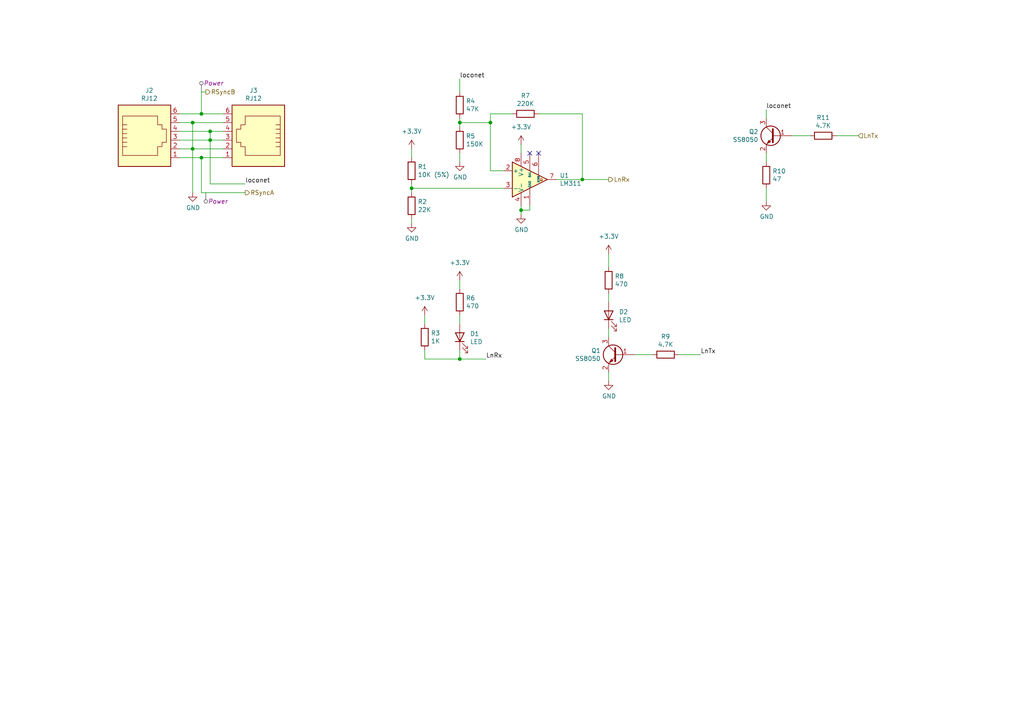
<source format=kicad_sch>
(kicad_sch (version 20230121) (generator eeschema)
  (paper "A4")
  (lib_symbols
    (symbol "Comparator:LM311" (pin_names (offset 0.127))
      (property "Reference" "U" (at 3.81 6.35 0))
      (property "Value" "LM311" (at 3.81 3.81 0))
      (symbol "LM311_0_1"
        (polyline (pts (xy 5.08 0) (xy -5.08 5.08) (xy -5.08 -5.08) (xy 5.08 0)) (stroke (width 0.254)) (fill (type background)))
        (polyline (pts (xy 3.683 -0.381) (xy 3.302 -0.381) (xy 3.683 0) (xy 3.302 0.381) (xy 2.921 0) (xy 3.302 -0.381) (xy 2.921 -0.381)) (stroke (width 0.127)))
      )
      (symbol "LM311_1_1"
        (pin passive line (at 0 -7.62 90) (length 5.08) (name "GND") (number "1"))
        (pin input line (at -7.62 2.54 0) (length 2.54) (name "+") (number "2"))
        (pin input line (at -7.62 -2.54 0) (length 2.54) (name "-") (number "3"))
        (pin power_in line (at -2.54 -7.62 90) (length 3.81) (name "V-") (number "4"))
        (pin input line (at 0 7.62 270) (length 5.08) (name "BAL") (number "5"))
        (pin input line (at 2.54 7.62 270) (length 6.35) (name "STRB") (number "6"))
        (pin open_collector line (at 7.62 0 180) (length 2.54) (name "~") (number "7"))
        (pin power_in line (at -2.54 7.62 270) (length 3.81) (name "V+") (number "8"))
      )
    )
    (symbol "Connector:RJ12" (pin_names (offset 1.016))
      (property "Reference" "J" (at -5.08 11.43 0))
      (property "Value" "RJ12" (at 2.54 11.43 0))
      (symbol "RJ12_0_1"
        (polyline (pts (xy -6.35 -1.905) (xy -5.08 -1.905) (xy -5.08 -1.905)))
        (polyline (pts (xy -6.35 -0.635) (xy -5.08 -0.635) (xy -5.08 -0.635)))
        (polyline (pts (xy -6.35 0.635) (xy -5.08 0.635) (xy -5.08 0.635)))
        (polyline (pts (xy -6.35 1.905) (xy -5.08 1.905) (xy -5.08 1.905)))
        (polyline (pts (xy -6.35 3.175) (xy -5.08 3.175) (xy -5.08 3.175)))
        (polyline (pts (xy -5.08 4.445) (xy -6.35 4.445) (xy -6.35 4.445)))
        (polyline (pts (xy -6.35 -4.445) (xy -6.35 6.985) (xy 3.81 6.985) (xy 3.81 4.445) (xy 5.08 4.445) (xy 5.08 3.175) (xy 6.35 3.175) (xy 6.35 -0.635) (xy 5.08 -0.635) (xy 5.08 -1.905) (xy 3.81 -1.905) (xy 3.81 -4.445) (xy -6.35 -4.445) (xy -6.35 -4.445)))
        (rectangle (start 7.62 10.16) (end -7.62 -7.62) (stroke (width 0.254)) (fill (type background)))
      )
      (symbol "RJ12_1_1"
        (pin passive line (at 10.16 -5.08 180) (length 2.54) (name "~") (number "1"))
        (pin passive line (at 10.16 -2.54 180) (length 2.54) (name "~") (number "2"))
        (pin passive line (at 10.16 0 180) (length 2.54) (name "~") (number "3"))
        (pin passive line (at 10.16 2.54 180) (length 2.54) (name "~") (number "4"))
        (pin passive line (at 10.16 5.08 180) (length 2.54) (name "~") (number "5"))
        (pin passive line (at 10.16 7.62 180) (length 2.54) (name "~") (number "6"))
      )
    )
    (symbol "Device:LED" (pin_numbers hide) (pin_names (offset 1.016) hide)
      (property "Reference" "D" (at 0 2.54 0))
      (property "Value" "LED" (at 0 -2.54 0))
      (symbol "LED_0_1"
        (polyline (pts (xy -1.27 -1.27) (xy -1.27 1.27)) (stroke (width 0.254)))
        (polyline (pts (xy -1.27 0) (xy 1.27 0)))
        (polyline (pts (xy 1.27 -1.27) (xy 1.27 1.27) (xy -1.27 0) (xy 1.27 -1.27)) (stroke (width 0.254)))
        (polyline (pts (xy -3.048 -0.762) (xy -4.572 -2.286) (xy -3.81 -2.286) (xy -4.572 -2.286) (xy -4.572 -1.524)))
        (polyline (pts (xy -1.778 -0.762) (xy -3.302 -2.286) (xy -2.54 -2.286) (xy -3.302 -2.286) (xy -3.302 -1.524)))
      )
      (symbol "LED_1_1"
        (pin passive line (at -3.81 0 0) (length 2.54) (name "K") (number "1"))
        (pin passive line (at 3.81 0 180) (length 2.54) (name "A") (number "2"))
      )
    )
    (symbol "Device:Q_NPN_BEC" (pin_names (offset 0) hide)
      (property "Reference" "Q" (at 5.08 1.27 0))
      (property "Value" "Q_NPN_BEC" (at 5.08 -1.27 0))
      (symbol "Q_NPN_BEC_0_1"
        (polyline (pts (xy 0.635 0.635) (xy 2.54 2.54)))
        (polyline (pts (xy 0.635 -0.635) (xy 2.54 -2.54) (xy 2.54 -2.54)))
        (polyline (pts (xy 0.635 1.905) (xy 0.635 -1.905) (xy 0.635 -1.905)) (stroke (width 0.508)))
        (polyline (pts (xy 1.27 -1.778) (xy 1.778 -1.27) (xy 2.286 -2.286) (xy 1.27 -1.778) (xy 1.27 -1.778)) (fill (type outline)))
        (circle (center 1.27 0) (radius 2.8194) (stroke (width 0.254)))
      )
      (symbol "Q_NPN_BEC_1_1"
        (pin input line (at -5.08 0 0) (length 5.715) (name "B") (number "1"))
        (pin passive line (at 2.54 -5.08 90) (length 2.54) (name "E") (number "2"))
        (pin passive line (at 2.54 5.08 270) (length 2.54) (name "C") (number "3"))
      )
    )
    (symbol "Device:R" (pin_numbers hide) (pin_names (offset 0))
      (property "Reference" "R" (at 2.032 0 90))
      (property "Value" "R" (at 0 0 90))
      (symbol "R_0_1"
        (rectangle (start -1.016 -2.54) (end 1.016 2.54) (stroke (width 0.254)))
      )
      (symbol "R_1_1"
        (pin passive line (at 0 3.81 270) (length 1.27) (name "~") (number "1"))
        (pin passive line (at 0 -3.81 90) (length 1.27) (name "~") (number "2"))
      )
    )
    (symbol "power:+3.3V" (power) (pin_names (offset 0))
      (property "Value" "+3.3V" (at 0 3.556 0))
      (symbol "+3.3V_0_1"
        (polyline (pts (xy -0.762 1.27) (xy 0 2.54)))
        (polyline (pts (xy 0 0) (xy 0 2.54)))
        (polyline (pts (xy 0 2.54) (xy 0.762 1.27)))
      )
      (symbol "+3.3V_1_1"
        (pin power_in line (at 0 0 90) (length 0) hide (name "+3.3V") (number "1"))
      )
    )
    (symbol "power:GND" (power) (pin_names (offset 0))
      (property "Value" "GND" (at 0 -3.81 0))
      (symbol "GND_0_1"
        (polyline (pts (xy 0 0) (xy 0 -1.27) (xy 1.27 -1.27) (xy 0 -2.54) (xy -1.27 -1.27) (xy 0 -1.27)))
      )
      (symbol "GND_1_1"
        (pin power_in line (at 0 0 270) (length 0) hide (name "GND") (number "1"))
      )
    )
  )
  (junction (at 168.91 52.07))
  (junction (at 60.96 40.64))
  (junction (at 60.96 38.1))
  (junction (at 151.13 60.96))
  (junction (at 55.88 43.18))
  (junction (at 133.35 104.14))
  (junction (at 142.24 35.56))
  (junction (at 133.35 35.56))
  (junction (at 119.38 54.61))
  (junction (at 58.42 45.72))
  (junction (at 55.88 35.56))
  (junction (at 58.42 33.02))
  (no_connect (at 156.21 44.45))
  (no_connect (at 153.67 44.45))
  (wire (pts (xy 133.35 101.6) (xy 133.35 104.14)))
  (wire (pts (xy 133.35 34.29) (xy 133.35 35.56)))
  (wire (pts (xy 176.53 107.95) (xy 176.53 110.49)))
  (wire (pts (xy 58.42 26.67) (xy 58.42 33.02)))
  (wire (pts (xy 176.53 85.09) (xy 176.53 87.63)))
  (wire (pts (xy 133.35 35.56) (xy 133.35 36.83)))
  (wire (pts (xy 58.42 45.72) (xy 64.77 45.72)))
  (wire (pts (xy 52.07 33.02) (xy 58.42 33.02)))
  (wire (pts (xy 168.91 52.07) (xy 168.91 33.02)))
  (wire (pts (xy 60.96 38.1) (xy 64.77 38.1)))
  (wire (pts (xy 146.05 54.61) (xy 119.38 54.61)))
  (wire (pts (xy 52.07 38.1) (xy 60.96 38.1)))
  (wire (pts (xy 52.07 35.56) (xy 55.88 35.56)))
  (wire (pts (xy 52.07 43.18) (xy 55.88 43.18)))
  (wire (pts (xy 119.38 54.61) (xy 119.38 53.34)))
  (wire (pts (xy 222.25 31.75) (xy 222.25 34.29)))
  (wire (pts (xy 153.67 59.69) (xy 153.67 60.96)))
  (wire (pts (xy 242.57 39.37) (xy 248.92 39.37)))
  (wire (pts (xy 133.35 81.28) (xy 133.35 83.82)))
  (wire (pts (xy 58.42 26.67) (xy 59.69 26.67)))
  (wire (pts (xy 123.19 104.14) (xy 133.35 104.14)))
  (wire (pts (xy 58.42 55.88) (xy 58.42 45.72)))
  (wire (pts (xy 55.88 43.18) (xy 64.77 43.18)))
  (wire (pts (xy 161.29 52.07) (xy 168.91 52.07)))
  (wire (pts (xy 119.38 64.77) (xy 119.38 63.5)))
  (wire (pts (xy 60.96 53.34) (xy 71.12 53.34)))
  (wire (pts (xy 133.35 46.99) (xy 133.35 44.45)))
  (wire (pts (xy 60.96 40.64) (xy 60.96 53.34)))
  (wire (pts (xy 176.53 95.25) (xy 176.53 97.79)))
  (wire (pts (xy 151.13 60.96) (xy 151.13 62.23)))
  (wire (pts (xy 176.53 73.66) (xy 176.53 77.47)))
  (wire (pts (xy 55.88 35.56) (xy 55.88 43.18)))
  (wire (pts (xy 168.91 33.02) (xy 156.21 33.02)))
  (wire (pts (xy 222.25 44.45) (xy 222.25 46.99)))
  (wire (pts (xy 151.13 41.91) (xy 151.13 44.45)))
  (wire (pts (xy 153.67 60.96) (xy 151.13 60.96)))
  (wire (pts (xy 142.24 33.02) (xy 142.24 35.56)))
  (wire (pts (xy 123.19 91.44) (xy 123.19 93.98)))
  (wire (pts (xy 60.96 38.1) (xy 60.96 40.64)))
  (wire (pts (xy 184.15 102.87) (xy 189.23 102.87)))
  (wire (pts (xy 176.53 52.07) (xy 168.91 52.07)))
  (wire (pts (xy 71.12 55.88) (xy 58.42 55.88)))
  (wire (pts (xy 60.96 40.64) (xy 64.77 40.64)))
  (wire (pts (xy 222.25 54.61) (xy 222.25 58.42)))
  (wire (pts (xy 123.19 101.6) (xy 123.19 104.14)))
  (wire (pts (xy 55.88 35.56) (xy 64.77 35.56)))
  (wire (pts (xy 229.87 39.37) (xy 234.95 39.37)))
  (wire (pts (xy 119.38 45.72) (xy 119.38 43.18)))
  (wire (pts (xy 58.42 33.02) (xy 64.77 33.02)))
  (wire (pts (xy 55.88 43.18) (xy 55.88 55.88)))
  (wire (pts (xy 52.07 40.64) (xy 60.96 40.64)))
  (wire (pts (xy 151.13 59.69) (xy 151.13 60.96)))
  (wire (pts (xy 196.85 102.87) (xy 203.2 102.87)))
  (wire (pts (xy 142.24 49.53) (xy 146.05 49.53)))
  (wire (pts (xy 133.35 35.56) (xy 142.24 35.56)))
  (wire (pts (xy 133.35 22.86) (xy 133.35 26.67)))
  (wire (pts (xy 52.07 45.72) (xy 58.42 45.72)))
  (wire (pts (xy 148.59 33.02) (xy 142.24 33.02)))
  (wire (pts (xy 133.35 104.14) (xy 140.97 104.14)))
  (wire (pts (xy 133.35 91.44) (xy 133.35 93.98)))
  (wire (pts (xy 142.24 35.56) (xy 142.24 49.53)))
  (wire (pts (xy 119.38 55.88) (xy 119.38 54.61)))
  (label "loconet" (at 71.12 53.34 0))
  (label "LnRx" (at 140.97 104.14 0))
  (label "loconet" (at 133.35 22.86 0))
  (label "LnTx" (at 203.2 102.87 0))
  (label "loconet" (at 222.25 31.75 0))
  (hierarchical_label "RSyncA" (shape output) (at 71.12 55.88 0))
  (hierarchical_label "RSyncB" (shape output) (at 59.69 26.67 0))
  (hierarchical_label "LnTx" (shape input) (at 248.92 39.37 0))
  (hierarchical_label "LnRx" (shape output) (at 176.53 52.07 0))
  (netclass_flag "" (length 2.54) (shape round) (at 59.69 55.88 180) (property "Netclass" "Power" (at 60.2996 58.42 0) (effects (font italic) (justify left))))
  (netclass_flag "" (length 2.54) (shape round) (at 58.42 26.67 0) (property "Netclass" "Power" (at 59.0296 24.13 0) (effects (font italic) (justify left))))
  (symbol (lib_id "Connector:RJ12") (at 41.91 40.64 0) (unit 1)
    (property "Reference" "J2" (at 43.307 26.2382 0))
    (property "Value" "RJ12" (at 43.307 28.5496 0))
    (property "Footprint" "LocoNetInterface:AMPHENOL_RJE0166001" (effects hide))
  )
  (symbol (lib_id "Connector:RJ12") (at 74.93 40.64 0) (mirror y) (unit 1)
    (property "Reference" "J3" (at 73.533 26.2382 0))
    (property "Value" "RJ12" (at 73.533 28.5496 0))
    (property "Footprint" "LocoNetInterface:AMPHENOL_RJE0166001" (effects hide))
  )
  (symbol (lib_id "power:GND") (at 55.88 55.88 0) (unit 1)
    (property "Reference" "#PWR03" (effects hide))
    (property "Value" "GND" (at 56.007 60.2742 0))
  )
  (symbol (lib_id "Comparator:LM311") (at 153.67 52.07 0) (unit 1)
    (property "Reference" "U1" (at 162.3314 50.9016 0) (effects (justify left)))
    (property "Value" "LM311" (at 162.3314 53.213 0) (effects (justify left)))
    (property "Footprint" "Package_SO:SOIC-8_3.9x4.9mm_P1.27mm" (effects hide))
    (property "Datasheet" "http://www.ti.com/lit/ds/symlink/lm311.pdf" (effects hide))
    (property "LCSC" "C12597" (effects hide))
  )
  (symbol (lib_id "power:GND") (at 151.13 62.23 0) (unit 1)
    (property "Reference" "#PWR010" (effects hide))
    (property "Value" "GND" (at 151.257 66.6242 0))
  )
  (symbol (lib_id "Device:R") (at 133.35 30.48 0) (unit 1)
    (property "Reference" "R4" (at 135.128 29.3116 0) (effects (justify left)))
    (property "Value" "47K" (at 135.128 31.623 0) (effects (justify left)))
    (property "Footprint" "Resistor_SMD:R_0805_2012Metric" (effects hide))
    (property "LCSC" "C17713" (effects hide))
  )
  (symbol (lib_id "Device:R") (at 133.35 40.64 0) (unit 1)
    (property "Reference" "R5" (at 135.128 39.4716 0) (effects (justify left)))
    (property "Value" "150K" (at 135.128 41.783 0) (effects (justify left)))
    (property "Footprint" "Resistor_SMD:R_0805_2012Metric" (effects hide))
    (property "LCSC" "C17470" (effects hide))
  )
  (symbol (lib_id "Device:R") (at 152.4 33.02 270) (unit 1)
    (property "Reference" "R7" (at 152.4 27.7622 90))
    (property "Value" "220K" (at 152.4 30.0736 90))
    (property "Footprint" "Resistor_SMD:R_0805_2012Metric" (effects hide))
    (property "LCSC" "C17556" (effects hide))
  )
  (symbol (lib_id "power:GND") (at 133.35 46.99 0) (unit 1)
    (property "Reference" "#PWR07" (effects hide))
    (property "Value" "GND" (at 133.477 51.3842 0))
  )
  (symbol (lib_id "power:GND") (at 119.38 64.77 0) (unit 1)
    (property "Reference" "#PWR05" (effects hide))
    (property "Value" "GND" (at 119.507 69.1642 0))
  )
  (symbol (lib_id "Device:R") (at 119.38 49.53 0) (unit 1)
    (property "Reference" "R1" (at 121.158 48.3616 0) (effects (justify left)))
    (property "Value" "10K (5%)" (at 121.158 50.673 0) (effects (justify left)))
    (property "Footprint" "Resistor_SMD:R_0805_2012Metric" (effects hide))
    (property "LCSC" "C17414" (effects hide))
  )
  (symbol (lib_id "Device:R") (at 119.38 59.69 0) (unit 1)
    (property "Reference" "R2" (at 121.158 58.5216 0) (effects (justify left)))
    (property "Value" "22K" (at 121.158 60.833 0) (effects (justify left)))
    (property "Footprint" "Resistor_SMD:R_0805_2012Metric" (effects hide))
    (property "LCSC" "C17560" (effects hide))
  )
  (symbol (lib_id "power:GND") (at 222.25 58.42 0) (unit 1)
    (property "Reference" "#PWR013" (effects hide))
    (property "Value" "GND" (at 222.377 62.8142 0))
  )
  (symbol (lib_id "Device:R") (at 238.76 39.37 270) (unit 1)
    (property "Reference" "R11" (at 238.76 34.1122 90))
    (property "Value" "4.7K" (at 238.76 36.4236 90))
    (property "Footprint" "Resistor_SMD:R_0805_2012Metric" (effects hide))
    (property "LCSC" "C229219" (effects hide))
  )
  (symbol (lib_id "Device:R") (at 222.25 50.8 180) (unit 1)
    (property "Reference" "R10" (at 224.028 49.6316 0) (effects (justify right)))
    (property "Value" "47" (at 224.028 51.943 0) (effects (justify right)))
    (property "Footprint" "Resistor_SMD:R_0805_2012Metric" (effects hide))
    (property "LCSC" "C17714" (effects hide))
  )
  (symbol (lib_id "Device:R") (at 123.19 97.79 180) (unit 1)
    (property "Reference" "R3" (at 124.968 96.6216 0) (effects (justify right)))
    (property "Value" "1K" (at 124.968 98.933 0) (effects (justify right)))
    (property "Footprint" "Resistor_SMD:R_0805_2012Metric" (effects hide))
    (property "LCSC" "C17513" (effects hide))
  )
  (symbol (lib_id "Device:R") (at 133.35 87.63 180) (unit 1)
    (property "Reference" "R6" (at 135.128 86.4616 0) (effects (justify right)))
    (property "Value" "470" (at 135.128 88.773 0) (effects (justify right)))
    (property "Footprint" "Resistor_SMD:R_0805_2012Metric" (effects hide))
    (property "LCSC" "C17710" (effects hide))
  )
  (symbol (lib_id "Device:LED") (at 133.35 97.79 90) (unit 1)
    (property "Reference" "D1" (at 136.3218 96.8248 90) (effects (justify right)))
    (property "Value" "LED" (at 136.3218 99.1362 90) (effects (justify right)))
    (property "Footprint" "LED_SMD:LED_0805_2012Metric" (effects hide))
    (property "LCSC" "C2296" (effects hide))
  )
  (symbol (lib_id "Device:R") (at 193.04 102.87 270) (unit 1)
    (property "Reference" "R9" (at 193.04 97.6122 90))
    (property "Value" "4.7K" (at 193.04 99.9236 90))
    (property "Footprint" "Resistor_SMD:R_0805_2012Metric" (effects hide))
    (property "LCSC" "C229219" (effects hide))
  )
  (symbol (lib_id "power:GND") (at 176.53 110.49 0) (unit 1)
    (property "Reference" "#PWR012" (effects hide))
    (property "Value" "GND" (at 176.657 114.8842 0))
  )
  (symbol (lib_id "Device:R") (at 176.53 81.28 180) (unit 1)
    (property "Reference" "R8" (at 178.308 80.1116 0) (effects (justify right)))
    (property "Value" "470" (at 178.308 82.423 0) (effects (justify right)))
    (property "Footprint" "Resistor_SMD:R_0805_2012Metric" (effects hide))
    (property "LCSC" "C17710" (effects hide))
  )
  (symbol (lib_id "Device:LED") (at 176.53 91.44 90) (unit 1)
    (property "Reference" "D2" (at 179.5018 90.4748 90) (effects (justify right)))
    (property "Value" "LED" (at 179.5018 92.7862 90) (effects (justify right)))
    (property "Footprint" "LED_SMD:LED_0805_2012Metric" (effects hide))
    (property "LCSC" "C2296" (effects hide))
  )
  (symbol (lib_id "Device:Q_NPN_BEC") (at 179.07 102.87 0) (mirror y) (unit 1)
    (property "Reference" "Q1" (at 174.244 101.7016 0) (effects (justify left)))
    (property "Value" "SS8050" (at 174.244 104.013 0) (effects (justify left)))
    (property "Footprint" "Package_TO_SOT_SMD:SOT-23" (effects hide))
    (property "LCSC" "C2150" (effects hide))
  )
  (symbol (lib_id "Device:Q_NPN_BEC") (at 224.79 39.37 0) (mirror y) (unit 1)
    (property "Reference" "Q2" (at 219.964 38.2016 0) (effects (justify left)))
    (property "Value" "SS8050" (at 219.964 40.513 0) (effects (justify left)))
    (property "Footprint" "Package_TO_SOT_SMD:SOT-23" (effects hide))
    (property "LCSC" "C2150" (effects hide))
  )
  (symbol (lib_id "power:+3.3V") (at 133.35 81.28 0) (unit 1)
    (property "Reference" "#PWR033" (effects hide))
    (property "Value" "+3.3V" (at 133.35 76.2 0))
  )
  (symbol (lib_id "power:+3.3V") (at 151.13 41.91 0) (unit 1)
    (property "Reference" "#PWR032" (effects hide))
    (property "Value" "+3.3V" (at 151.13 36.83 0))
  )
  (symbol (lib_id "power:+3.3V") (at 119.38 43.18 0) (unit 1)
    (property "Reference" "#PWR08" (effects hide))
    (property "Value" "+3.3V" (at 119.38 38.1 0))
  )
  (symbol (lib_id "power:+3.3V") (at 123.19 91.44 0) (unit 1)
    (property "Reference" "#PWR06" (effects hide))
    (property "Value" "+3.3V" (at 123.19 86.36 0))
  )
  (symbol (lib_id "power:+3.3V") (at 176.53 73.66 0) (unit 1)
    (property "Reference" "#PWR034" (effects hide))
    (property "Value" "+3.3V" (at 176.53 68.58 0))
  )
)
</source>
